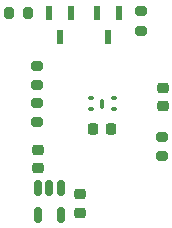
<source format=gtp>
G04 #@! TF.GenerationSoftware,KiCad,Pcbnew,8.0.3*
G04 #@! TF.CreationDate,2024-07-19T17:45:39+03:00*
G04 #@! TF.ProjectId,B-TH09C-Brk-01Mbr-R01,422d5448-3039-4432-9d42-726b2d30314d,rev?*
G04 #@! TF.SameCoordinates,Original*
G04 #@! TF.FileFunction,Paste,Top*
G04 #@! TF.FilePolarity,Positive*
%FSLAX46Y46*%
G04 Gerber Fmt 4.6, Leading zero omitted, Abs format (unit mm)*
G04 Created by KiCad (PCBNEW 8.0.3) date 2024-07-19 17:45:39*
%MOMM*%
%LPD*%
G01*
G04 APERTURE LIST*
G04 Aperture macros list*
%AMRoundRect*
0 Rectangle with rounded corners*
0 $1 Rounding radius*
0 $2 $3 $4 $5 $6 $7 $8 $9 X,Y pos of 4 corners*
0 Add a 4 corners polygon primitive as box body*
4,1,4,$2,$3,$4,$5,$6,$7,$8,$9,$2,$3,0*
0 Add four circle primitives for the rounded corners*
1,1,$1+$1,$2,$3*
1,1,$1+$1,$4,$5*
1,1,$1+$1,$6,$7*
1,1,$1+$1,$8,$9*
0 Add four rect primitives between the rounded corners*
20,1,$1+$1,$2,$3,$4,$5,0*
20,1,$1+$1,$4,$5,$6,$7,0*
20,1,$1+$1,$6,$7,$8,$9,0*
20,1,$1+$1,$8,$9,$2,$3,0*%
G04 Aperture macros list end*
%ADD10RoundRect,0.150000X-0.150000X0.512500X-0.150000X-0.512500X0.150000X-0.512500X0.150000X0.512500X0*%
%ADD11RoundRect,0.075000X0.175000X0.075000X-0.175000X0.075000X-0.175000X-0.075000X0.175000X-0.075000X0*%
%ADD12RoundRect,0.087500X0.087500X0.312500X-0.087500X0.312500X-0.087500X-0.312500X0.087500X-0.312500X0*%
%ADD13RoundRect,0.075000X-0.175000X-0.075000X0.175000X-0.075000X0.175000X0.075000X-0.175000X0.075000X0*%
%ADD14RoundRect,0.200000X-0.200000X-0.275000X0.200000X-0.275000X0.200000X0.275000X-0.200000X0.275000X0*%
%ADD15RoundRect,0.218750X-0.256250X0.218750X-0.256250X-0.218750X0.256250X-0.218750X0.256250X0.218750X0*%
%ADD16RoundRect,0.225000X0.250000X-0.225000X0.250000X0.225000X-0.250000X0.225000X-0.250000X-0.225000X0*%
%ADD17R,0.600000X1.300000*%
%ADD18RoundRect,0.200000X-0.275000X0.200000X-0.275000X-0.200000X0.275000X-0.200000X0.275000X0.200000X0*%
%ADD19RoundRect,0.200000X0.275000X-0.200000X0.275000X0.200000X-0.275000X0.200000X-0.275000X-0.200000X0*%
%ADD20RoundRect,0.225000X0.225000X0.250000X-0.225000X0.250000X-0.225000X-0.250000X0.225000X-0.250000X0*%
G04 APERTURE END LIST*
D10*
X132950000Y-99882500D03*
X132000000Y-99882500D03*
X131050000Y-99882500D03*
X131050000Y-102157500D03*
X132950000Y-102157500D03*
D11*
X137440000Y-93230000D03*
X137440000Y-92280000D03*
D12*
X136485000Y-92760000D03*
D13*
X135535000Y-93230000D03*
X135535000Y-92280000D03*
D14*
X128575000Y-85100000D03*
X130225000Y-85100000D03*
D15*
X141610000Y-91392500D03*
X141610000Y-92967500D03*
D16*
X131030000Y-98185000D03*
X131030000Y-96635000D03*
D17*
X137920000Y-85050000D03*
X136020000Y-85050000D03*
X136970000Y-87150000D03*
D18*
X139770000Y-84940000D03*
X139770000Y-86590000D03*
D19*
X130920000Y-91175000D03*
X130920000Y-89525000D03*
X130920000Y-94325000D03*
X130920000Y-92675000D03*
D16*
X134600000Y-101985000D03*
X134600000Y-100435000D03*
D19*
X141580000Y-97205000D03*
X141580000Y-95555000D03*
D17*
X133850000Y-85050000D03*
X131950000Y-85050000D03*
X132900000Y-87150000D03*
D20*
X137265000Y-94910000D03*
X135715000Y-94910000D03*
M02*

</source>
